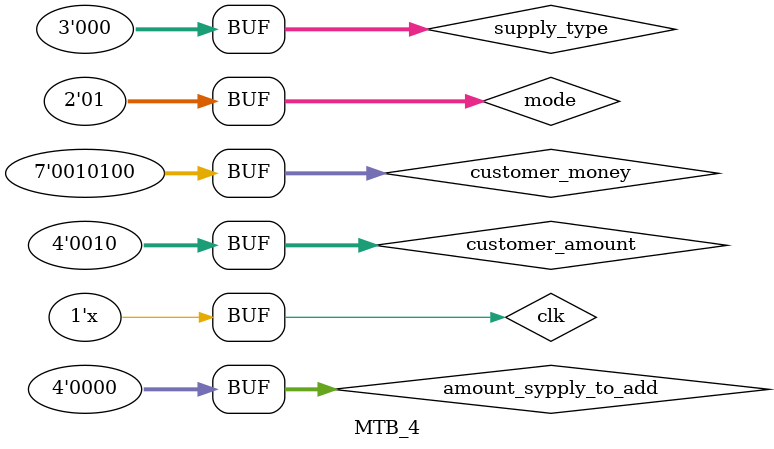
<source format=v>
`timescale 1ns / 1ps


module MTB_4;

	// Inputs
	reg [1:0] mode;
	reg clk;
	reg [6:0] customer_money;
	reg [2:0] supply_type;
	reg [3:0] customer_amount;
	reg [3:0] amount_sypply_to_add;

	// Outputs
	wire [6:0] error;

	// Instantiate the Unit Under Test (UUT)
	Main uut (
		.mode(mode), 
		.clk(clk), 
		.customer_money(customer_money), 
		.supply_type(supply_type), 
		.customer_amount(customer_amount), 
		.amount_sypply_to_add(amount_sypply_to_add), 
		.error(error)
	);
	always #20 clk = ~clk;

	initial begin
		// Initialize Inputs
		mode = 1;
		clk = 0;
		customer_money = 20;
		supply_type = 0;
		customer_amount = 2;
		amount_sypply_to_add = 0;

		// Wait 100 ns for global reset to finish
		#100;
        
		// Add stimulus here

	end
      
endmodule


</source>
